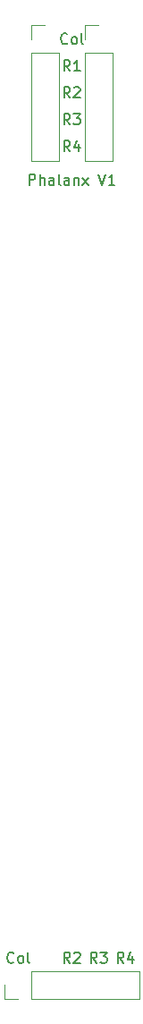
<source format=gbr>
%TF.GenerationSoftware,KiCad,Pcbnew,(6.0.1-0)*%
%TF.CreationDate,2022-01-31T23:33:37+08:00*%
%TF.ProjectId,Phalanx,5068616c-616e-4782-9e6b-696361645f70,rev?*%
%TF.SameCoordinates,Original*%
%TF.FileFunction,Legend,Top*%
%TF.FilePolarity,Positive*%
%FSLAX46Y46*%
G04 Gerber Fmt 4.6, Leading zero omitted, Abs format (unit mm)*
G04 Created by KiCad (PCBNEW (6.0.1-0)) date 2022-01-31 23:33:37*
%MOMM*%
%LPD*%
G01*
G04 APERTURE LIST*
%ADD10C,0.150000*%
%ADD11C,0.120000*%
G04 APERTURE END LIST*
D10*
X97576190Y-68397380D02*
X97576190Y-67397380D01*
X97957142Y-67397380D01*
X98052380Y-67445000D01*
X98100000Y-67492619D01*
X98147619Y-67587857D01*
X98147619Y-67730714D01*
X98100000Y-67825952D01*
X98052380Y-67873571D01*
X97957142Y-67921190D01*
X97576190Y-67921190D01*
X98576190Y-68397380D02*
X98576190Y-67397380D01*
X99004761Y-68397380D02*
X99004761Y-67873571D01*
X98957142Y-67778333D01*
X98861904Y-67730714D01*
X98719047Y-67730714D01*
X98623809Y-67778333D01*
X98576190Y-67825952D01*
X99909523Y-68397380D02*
X99909523Y-67873571D01*
X99861904Y-67778333D01*
X99766666Y-67730714D01*
X99576190Y-67730714D01*
X99480952Y-67778333D01*
X99909523Y-68349761D02*
X99814285Y-68397380D01*
X99576190Y-68397380D01*
X99480952Y-68349761D01*
X99433333Y-68254523D01*
X99433333Y-68159285D01*
X99480952Y-68064047D01*
X99576190Y-68016428D01*
X99814285Y-68016428D01*
X99909523Y-67968809D01*
X100528571Y-68397380D02*
X100433333Y-68349761D01*
X100385714Y-68254523D01*
X100385714Y-67397380D01*
X101338095Y-68397380D02*
X101338095Y-67873571D01*
X101290476Y-67778333D01*
X101195238Y-67730714D01*
X101004761Y-67730714D01*
X100909523Y-67778333D01*
X101338095Y-68349761D02*
X101242857Y-68397380D01*
X101004761Y-68397380D01*
X100909523Y-68349761D01*
X100861904Y-68254523D01*
X100861904Y-68159285D01*
X100909523Y-68064047D01*
X101004761Y-68016428D01*
X101242857Y-68016428D01*
X101338095Y-67968809D01*
X101814285Y-67730714D02*
X101814285Y-68397380D01*
X101814285Y-67825952D02*
X101861904Y-67778333D01*
X101957142Y-67730714D01*
X102100000Y-67730714D01*
X102195238Y-67778333D01*
X102242857Y-67873571D01*
X102242857Y-68397380D01*
X102623809Y-68397380D02*
X103147619Y-67730714D01*
X102623809Y-67730714D02*
X103147619Y-68397380D01*
X104147619Y-67397380D02*
X104480952Y-68397380D01*
X104814285Y-67397380D01*
X105671428Y-68397380D02*
X105100000Y-68397380D01*
X105385714Y-68397380D02*
X105385714Y-67397380D01*
X105290476Y-67540238D01*
X105195238Y-67635476D01*
X105100000Y-67683095D01*
X101433333Y-57602380D02*
X101100000Y-57126190D01*
X100861904Y-57602380D02*
X100861904Y-56602380D01*
X101242857Y-56602380D01*
X101338095Y-56650000D01*
X101385714Y-56697619D01*
X101433333Y-56792857D01*
X101433333Y-56935714D01*
X101385714Y-57030952D01*
X101338095Y-57078571D01*
X101242857Y-57126190D01*
X100861904Y-57126190D01*
X102385714Y-57602380D02*
X101814285Y-57602380D01*
X102100000Y-57602380D02*
X102100000Y-56602380D01*
X102004761Y-56745238D01*
X101909523Y-56840476D01*
X101814285Y-56888095D01*
X101433333Y-60142380D02*
X101100000Y-59666190D01*
X100861904Y-60142380D02*
X100861904Y-59142380D01*
X101242857Y-59142380D01*
X101338095Y-59190000D01*
X101385714Y-59237619D01*
X101433333Y-59332857D01*
X101433333Y-59475714D01*
X101385714Y-59570952D01*
X101338095Y-59618571D01*
X101242857Y-59666190D01*
X100861904Y-59666190D01*
X101814285Y-59237619D02*
X101861904Y-59190000D01*
X101957142Y-59142380D01*
X102195238Y-59142380D01*
X102290476Y-59190000D01*
X102338095Y-59237619D01*
X102385714Y-59332857D01*
X102385714Y-59428095D01*
X102338095Y-59570952D01*
X101766666Y-60142380D01*
X102385714Y-60142380D01*
X101433333Y-62682380D02*
X101100000Y-62206190D01*
X100861904Y-62682380D02*
X100861904Y-61682380D01*
X101242857Y-61682380D01*
X101338095Y-61730000D01*
X101385714Y-61777619D01*
X101433333Y-61872857D01*
X101433333Y-62015714D01*
X101385714Y-62110952D01*
X101338095Y-62158571D01*
X101242857Y-62206190D01*
X100861904Y-62206190D01*
X101766666Y-61682380D02*
X102385714Y-61682380D01*
X102052380Y-62063333D01*
X102195238Y-62063333D01*
X102290476Y-62110952D01*
X102338095Y-62158571D01*
X102385714Y-62253809D01*
X102385714Y-62491904D01*
X102338095Y-62587142D01*
X102290476Y-62634761D01*
X102195238Y-62682380D01*
X101909523Y-62682380D01*
X101814285Y-62634761D01*
X101766666Y-62587142D01*
X101195238Y-54967142D02*
X101147619Y-55014761D01*
X101004761Y-55062380D01*
X100909523Y-55062380D01*
X100766666Y-55014761D01*
X100671428Y-54919523D01*
X100623809Y-54824285D01*
X100576190Y-54633809D01*
X100576190Y-54490952D01*
X100623809Y-54300476D01*
X100671428Y-54205238D01*
X100766666Y-54110000D01*
X100909523Y-54062380D01*
X101004761Y-54062380D01*
X101147619Y-54110000D01*
X101195238Y-54157619D01*
X101766666Y-55062380D02*
X101671428Y-55014761D01*
X101623809Y-54967142D01*
X101576190Y-54871904D01*
X101576190Y-54586190D01*
X101623809Y-54490952D01*
X101671428Y-54443333D01*
X101766666Y-54395714D01*
X101909523Y-54395714D01*
X102004761Y-54443333D01*
X102052380Y-54490952D01*
X102100000Y-54586190D01*
X102100000Y-54871904D01*
X102052380Y-54967142D01*
X102004761Y-55014761D01*
X101909523Y-55062380D01*
X101766666Y-55062380D01*
X102671428Y-55062380D02*
X102576190Y-55014761D01*
X102528571Y-54919523D01*
X102528571Y-54062380D01*
X101433333Y-142057380D02*
X101100000Y-141581190D01*
X100861904Y-142057380D02*
X100861904Y-141057380D01*
X101242857Y-141057380D01*
X101338095Y-141105000D01*
X101385714Y-141152619D01*
X101433333Y-141247857D01*
X101433333Y-141390714D01*
X101385714Y-141485952D01*
X101338095Y-141533571D01*
X101242857Y-141581190D01*
X100861904Y-141581190D01*
X101814285Y-141152619D02*
X101861904Y-141105000D01*
X101957142Y-141057380D01*
X102195238Y-141057380D01*
X102290476Y-141105000D01*
X102338095Y-141152619D01*
X102385714Y-141247857D01*
X102385714Y-141343095D01*
X102338095Y-141485952D01*
X101766666Y-142057380D01*
X102385714Y-142057380D01*
X101433333Y-65222380D02*
X101100000Y-64746190D01*
X100861904Y-65222380D02*
X100861904Y-64222380D01*
X101242857Y-64222380D01*
X101338095Y-64270000D01*
X101385714Y-64317619D01*
X101433333Y-64412857D01*
X101433333Y-64555714D01*
X101385714Y-64650952D01*
X101338095Y-64698571D01*
X101242857Y-64746190D01*
X100861904Y-64746190D01*
X102290476Y-64555714D02*
X102290476Y-65222380D01*
X102052380Y-64174761D02*
X101814285Y-64889047D01*
X102433333Y-64889047D01*
X96115238Y-141962142D02*
X96067619Y-142009761D01*
X95924761Y-142057380D01*
X95829523Y-142057380D01*
X95686666Y-142009761D01*
X95591428Y-141914523D01*
X95543809Y-141819285D01*
X95496190Y-141628809D01*
X95496190Y-141485952D01*
X95543809Y-141295476D01*
X95591428Y-141200238D01*
X95686666Y-141105000D01*
X95829523Y-141057380D01*
X95924761Y-141057380D01*
X96067619Y-141105000D01*
X96115238Y-141152619D01*
X96686666Y-142057380D02*
X96591428Y-142009761D01*
X96543809Y-141962142D01*
X96496190Y-141866904D01*
X96496190Y-141581190D01*
X96543809Y-141485952D01*
X96591428Y-141438333D01*
X96686666Y-141390714D01*
X96829523Y-141390714D01*
X96924761Y-141438333D01*
X96972380Y-141485952D01*
X97020000Y-141581190D01*
X97020000Y-141866904D01*
X96972380Y-141962142D01*
X96924761Y-142009761D01*
X96829523Y-142057380D01*
X96686666Y-142057380D01*
X97591428Y-142057380D02*
X97496190Y-142009761D01*
X97448571Y-141914523D01*
X97448571Y-141057380D01*
X103973333Y-142057380D02*
X103640000Y-141581190D01*
X103401904Y-142057380D02*
X103401904Y-141057380D01*
X103782857Y-141057380D01*
X103878095Y-141105000D01*
X103925714Y-141152619D01*
X103973333Y-141247857D01*
X103973333Y-141390714D01*
X103925714Y-141485952D01*
X103878095Y-141533571D01*
X103782857Y-141581190D01*
X103401904Y-141581190D01*
X104306666Y-141057380D02*
X104925714Y-141057380D01*
X104592380Y-141438333D01*
X104735238Y-141438333D01*
X104830476Y-141485952D01*
X104878095Y-141533571D01*
X104925714Y-141628809D01*
X104925714Y-141866904D01*
X104878095Y-141962142D01*
X104830476Y-142009761D01*
X104735238Y-142057380D01*
X104449523Y-142057380D01*
X104354285Y-142009761D01*
X104306666Y-141962142D01*
X106513333Y-142057380D02*
X106180000Y-141581190D01*
X105941904Y-142057380D02*
X105941904Y-141057380D01*
X106322857Y-141057380D01*
X106418095Y-141105000D01*
X106465714Y-141152619D01*
X106513333Y-141247857D01*
X106513333Y-141390714D01*
X106465714Y-141485952D01*
X106418095Y-141533571D01*
X106322857Y-141581190D01*
X105941904Y-141581190D01*
X107370476Y-141390714D02*
X107370476Y-142057380D01*
X107132380Y-141009761D02*
X106894285Y-141724047D01*
X107513333Y-141724047D01*
D11*
%TO.C,J3*%
X97790000Y-142815000D02*
X108010000Y-142815000D01*
X95190000Y-145475000D02*
X95190000Y-144145000D01*
X97790000Y-145475000D02*
X108010000Y-145475000D01*
X108010000Y-145475000D02*
X108010000Y-142815000D01*
X97790000Y-145475000D02*
X97790000Y-142815000D01*
X96520000Y-145475000D02*
X95190000Y-145475000D01*
%TO.C,J1*%
X105470000Y-55880000D02*
X105470000Y-66100000D01*
X102810000Y-53280000D02*
X104140000Y-53280000D01*
X102810000Y-55880000D02*
X102810000Y-66100000D01*
X102810000Y-66100000D02*
X105470000Y-66100000D01*
X102810000Y-55880000D02*
X105470000Y-55880000D01*
X102810000Y-54610000D02*
X102810000Y-53280000D01*
%TO.C,J2*%
X100390000Y-55880000D02*
X100390000Y-66100000D01*
X97730000Y-53280000D02*
X99060000Y-53280000D01*
X97730000Y-55880000D02*
X97730000Y-66100000D01*
X97730000Y-66100000D02*
X100390000Y-66100000D01*
X97730000Y-55880000D02*
X100390000Y-55880000D01*
X97730000Y-54610000D02*
X97730000Y-53280000D01*
%TD*%
M02*

</source>
